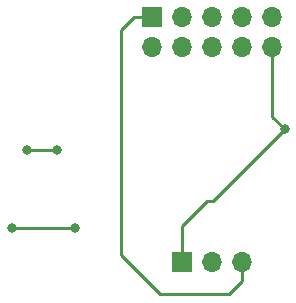
<source format=gbl>
%TF.GenerationSoftware,KiCad,Pcbnew,6.0.11+dfsg-1*%
%TF.CreationDate,2024-02-21T10:46:40+01:00*%
%TF.ProjectId,Nehari_Chauveliere_kicad_TMS,4e656861-7269-45f4-9368-617576656c69,rev?*%
%TF.SameCoordinates,Original*%
%TF.FileFunction,Copper,L2,Bot*%
%TF.FilePolarity,Positive*%
%FSLAX46Y46*%
G04 Gerber Fmt 4.6, Leading zero omitted, Abs format (unit mm)*
G04 Created by KiCad (PCBNEW 6.0.11+dfsg-1) date 2024-02-21 10:46:40*
%MOMM*%
%LPD*%
G01*
G04 APERTURE LIST*
%TA.AperFunction,ComponentPad*%
%ADD10R,1.700000X1.700000*%
%TD*%
%TA.AperFunction,ComponentPad*%
%ADD11O,1.700000X1.700000*%
%TD*%
%TA.AperFunction,ViaPad*%
%ADD12C,0.800000*%
%TD*%
%TA.AperFunction,Conductor*%
%ADD13C,0.250000*%
%TD*%
G04 APERTURE END LIST*
D10*
%TO.P,J2,1,Pin_1*%
%TO.N,GND*%
X171932600Y-90474800D03*
D11*
%TO.P,J2,2,Pin_2*%
%TO.N,Write_enable*%
X174472600Y-90474800D03*
%TO.P,J2,3,Pin_3*%
%TO.N,VCC*%
X177012600Y-90474800D03*
%TD*%
D10*
%TO.P,J1,1,VTref*%
%TO.N,VCC*%
X169392600Y-69773800D03*
D11*
%TO.P,J1,2,SWDIO/TMS*%
%TO.N,SWCLK*%
X169392600Y-72313800D03*
%TO.P,J1,3,GND*%
%TO.N,GND*%
X171932600Y-69773800D03*
%TO.P,J1,4,SWDCLK/TCK*%
%TO.N,SWDAT*%
X171932600Y-72313800D03*
%TO.P,J1,5,GND*%
%TO.N,GND*%
X174472600Y-69773800D03*
%TO.P,J1,6,SWO/TDO*%
%TO.N,RST*%
X174472600Y-72313800D03*
%TO.P,J1,7,KEY*%
%TO.N,GND*%
X177012600Y-69773800D03*
%TO.P,J1,8,NC/TDI*%
X177012600Y-72313800D03*
%TO.P,J1,9,GNDDetect*%
X179552600Y-69773800D03*
%TO.P,J1,10,~{RESET}*%
X179552600Y-72313800D03*
%TD*%
D12*
%TO.N,GND*%
X180594000Y-79248000D03*
%TO.N,VCC*%
X157480000Y-87630000D03*
X162809701Y-87634299D03*
X161292549Y-81032049D03*
X158750000Y-81026000D03*
%TD*%
D13*
%TO.N,GND*%
X179552600Y-72313800D02*
X179552600Y-78206600D01*
X180594000Y-79248000D02*
X179552600Y-78206600D01*
X171932600Y-87401400D02*
X173990000Y-85344000D01*
X173990000Y-85344000D02*
X174498000Y-85344000D01*
X180594000Y-79248000D02*
X174498000Y-85344000D01*
%TO.N,VCC*%
X157480000Y-87630000D02*
X162805402Y-87630000D01*
X162805402Y-87630000D02*
X162809701Y-87634299D01*
X161286500Y-81026000D02*
X158750000Y-81026000D01*
X161292549Y-81032049D02*
X161286500Y-81026000D01*
X169392600Y-69773800D02*
X167843200Y-69773800D01*
X177012600Y-90474800D02*
X177012600Y-92100400D01*
X177012600Y-92100400D02*
X175895000Y-93218000D01*
X175895000Y-93218000D02*
X170053000Y-93218000D01*
X166751000Y-89916000D02*
X166751000Y-70866000D01*
X167843200Y-69773800D02*
X166751000Y-70866000D01*
X170053000Y-93218000D02*
X166751000Y-89916000D01*
%TO.N,GND*%
X171932600Y-87401400D02*
X171932600Y-90474800D01*
%TD*%
M02*

</source>
